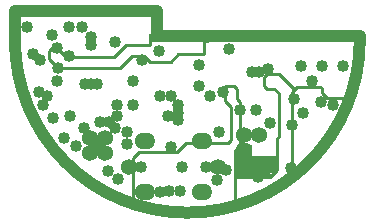
<source format=gbr>
G04 Layer_Physical_Order=3*
G04 Layer_Color=128*
%FSLAX25Y25*%
%MOIN*%
%TF.FileFunction,Copper,L3,Inr,Plane*%
%TF.Part,Single*%
G01*
G75*
%ADD27C,0.01000*%
%ADD36C,0.04000*%
%ADD37R,0.05000X0.05000*%
%TA.AperFunction,ViaPad*%
%ADD39C,0.05362*%
%TA.AperFunction,ViaPad*%
%ADD40C,0.04000*%
%ADD41R,0.14000X0.04500*%
%ADD42R,0.01500X0.00500*%
%ADD43R,0.01500X0.00353*%
%ADD44R,0.01853X0.00647*%
%ADD45R,0.03000X0.01000*%
%ADD46R,0.11706X0.02794*%
%ADD47R,0.04000X0.10794*%
%ADD48R,0.00500X0.01500*%
%ADD49R,0.01010X0.02500*%
%ADD50R,0.02000X0.06500*%
%ADD51R,0.04361X0.02861*%
%TA.AperFunction,ViaPad*%
%ADD52O,0.06937X0.05400*%
D27*
X440000Y271000D02*
Y272500D01*
X439500Y273000D02*
X440000Y272500D01*
X431500Y273000D02*
X439500D01*
X448500D02*
X450000Y274500D01*
X441500Y269500D02*
X448000D01*
X440000Y271000D02*
X441500Y269500D01*
X430000Y247467D02*
Y271500D01*
X377000Y235500D02*
Y249500D01*
X379000Y251500D01*
X391500D01*
X394500Y254500D01*
X408500D01*
X411000Y233000D02*
Y252000D01*
X430000Y271500D02*
X431500Y273000D01*
X349000Y282500D02*
Y285000D01*
Y282500D02*
X352000Y279500D01*
X372500D01*
X376500Y283500D01*
X380500D01*
X382500Y281500D01*
X385500D01*
X374500Y287000D02*
X382500D01*
X370500Y283000D02*
X374500Y287000D01*
X354500Y283000D02*
X370500D01*
X351500Y286000D02*
X354500Y283000D01*
X350000Y286000D02*
X351500D01*
X349000Y285000D02*
X350000Y286000D01*
X430000Y247467D02*
X432189Y245278D01*
X411510Y243206D02*
X422706D01*
X425000Y245500D01*
Y256000D01*
X425500Y256500D01*
Y271000D01*
X424000Y272500D02*
X425500Y271000D01*
X421500Y272500D02*
X424000D01*
X420500Y273500D02*
X421500Y272500D01*
X420500Y273500D02*
Y276500D01*
X421500Y277500D01*
X425500D01*
X430500Y272500D01*
X431000D01*
X412500Y253500D02*
Y261000D01*
Y268000D01*
X407500Y273500D02*
X410500D01*
X407500Y271500D02*
Y273500D01*
Y268500D02*
Y271500D01*
Y268500D02*
X409500Y266500D01*
Y255500D02*
Y266500D01*
X408500Y254500D02*
X409500Y255500D01*
X400490Y284000D02*
Y288500D01*
X392000Y284000D02*
X400490D01*
X389500Y281500D02*
X392000Y284000D01*
X385500Y281500D02*
X389500D01*
X382500Y287000D02*
Y290500D01*
X383500D01*
X400490Y288500D02*
X402000D01*
X410500Y273500D02*
X411500Y272500D01*
Y269000D02*
Y272500D01*
Y269000D02*
X412500Y268000D01*
X411000Y252000D02*
X412500Y253500D01*
D36*
X337606Y288999D02*
G03*
X452566Y288720I57480J-279D01*
G01*
X337606Y288999D02*
Y298500D01*
X385007D01*
Y290000D02*
Y298500D01*
Y290000D02*
X452566D01*
Y288720D02*
Y290000D01*
D37*
X365007Y253500D02*
D03*
D39*
X405271Y246500D02*
D03*
X375743D02*
D03*
X362507Y251000D02*
D03*
Y256000D02*
D03*
X367507Y251000D02*
D03*
Y256000D02*
D03*
X414007Y257000D02*
D03*
X419007D02*
D03*
X414007Y252000D02*
D03*
Y247000D02*
D03*
X419007D02*
D03*
D40*
X433500Y264500D02*
D03*
X430500Y269000D02*
D03*
X436500Y275000D02*
D03*
X429500Y246000D02*
D03*
X418500Y243000D02*
D03*
X392000Y262000D02*
D03*
X389523Y252977D02*
D03*
X389000Y238500D02*
D03*
X392500D02*
D03*
X401334Y246500D02*
D03*
X379680Y246500D02*
D03*
X386000Y238000D02*
D03*
X393460Y246540D02*
D03*
X375000Y258000D02*
D03*
X350327Y262827D02*
D03*
X348327Y270173D02*
D03*
X369000Y261500D02*
D03*
X372000Y242500D02*
D03*
X375000Y254000D02*
D03*
X354000Y256000D02*
D03*
X371500Y267000D02*
D03*
Y263500D02*
D03*
X388500D02*
D03*
X404827Y242173D02*
D03*
X439500Y268000D02*
D03*
X405500Y258000D02*
D03*
X392000Y267000D02*
D03*
Y264500D02*
D03*
X430000Y260500D02*
D03*
X422500Y261000D02*
D03*
X385854Y270000D02*
D03*
X443500Y267000D02*
D03*
X366000Y261500D02*
D03*
X368500Y245000D02*
D03*
X360500Y259500D02*
D03*
X358000Y253500D02*
D03*
X371000Y259500D02*
D03*
X355500Y283500D02*
D03*
X365000Y274000D02*
D03*
X385500Y285000D02*
D03*
X355500Y293173D02*
D03*
X380000Y282000D02*
D03*
X363000Y274000D02*
D03*
X361000D02*
D03*
X389500Y270000D02*
D03*
X362856Y287144D02*
D03*
X346000Y282000D02*
D03*
X343500Y284000D02*
D03*
X350000Y290500D02*
D03*
X341500Y293000D02*
D03*
X352063Y279437D02*
D03*
X356000Y263500D02*
D03*
X351500Y275000D02*
D03*
X347000Y267000D02*
D03*
X345500Y271500D02*
D03*
X408000Y245500D02*
D03*
X409000Y285673D02*
D03*
X433000Y280000D02*
D03*
X447000D02*
D03*
X440000D02*
D03*
X377000Y267000D02*
D03*
X351500Y286000D02*
D03*
X402500Y270000D02*
D03*
X399000Y273500D02*
D03*
X377000Y275000D02*
D03*
X399000Y280500D02*
D03*
X419000Y278000D02*
D03*
X422000Y279000D02*
D03*
X412500Y265500D02*
D03*
X416500Y277956D02*
D03*
X418000Y265500D02*
D03*
X407000Y271500D02*
D03*
X360000Y293173D02*
D03*
X371000Y288000D02*
D03*
X363000Y289924D02*
D03*
D41*
X418000Y247750D02*
D03*
D42*
X422250Y243750D02*
D03*
D43*
X422750Y244177D02*
D03*
D44*
X422927Y244676D02*
D03*
D45*
X423500Y245500D02*
D03*
D46*
X416853Y244603D02*
D03*
D47*
X414500Y248603D02*
D03*
D48*
X411750Y251750D02*
D03*
D49*
X412505Y252250D02*
D03*
D50*
X412000Y248750D02*
D03*
D51*
X384320Y289430D02*
D03*
D52*
X381058Y238035D02*
D03*
X399956Y238035D02*
D03*
X381058Y254965D02*
D03*
X399956D02*
D03*
%TF.MD5,D33354A5A2A85385855BF1A0A6C5EE06*%
M02*

</source>
